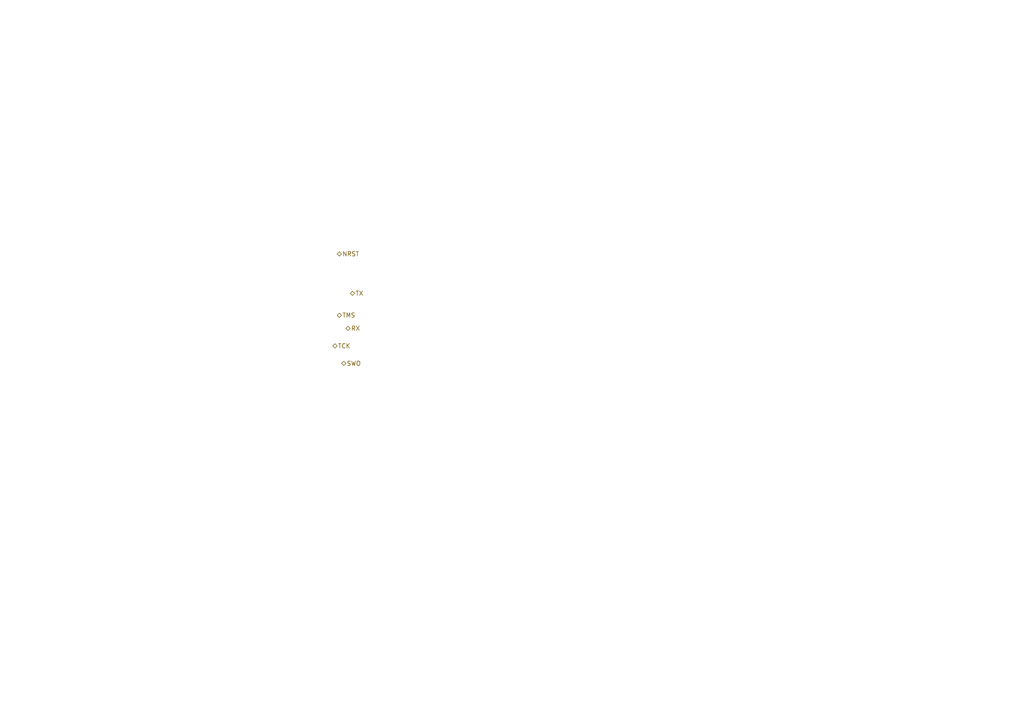
<source format=kicad_sch>
(kicad_sch (version 20230121) (generator eeschema)
  (paper "A4")
  (lib_symbols)
  (hierarchical_label "RX" (shape bidirectional) (at 100.33 95.25 0))
  (hierarchical_label "NRST" (shape bidirectional) (at 97.79 73.66 0))
  (hierarchical_label "SWO" (shape bidirectional) (at 99.06 105.41 0))
  (hierarchical_label "TCK" (shape bidirectional) (at 96.52 100.33 0))
  (hierarchical_label "TMS" (shape bidirectional) (at 97.79 91.44 0))
  (hierarchical_label "TX" (shape bidirectional) (at 101.6 85.09 0))
)
</source>
